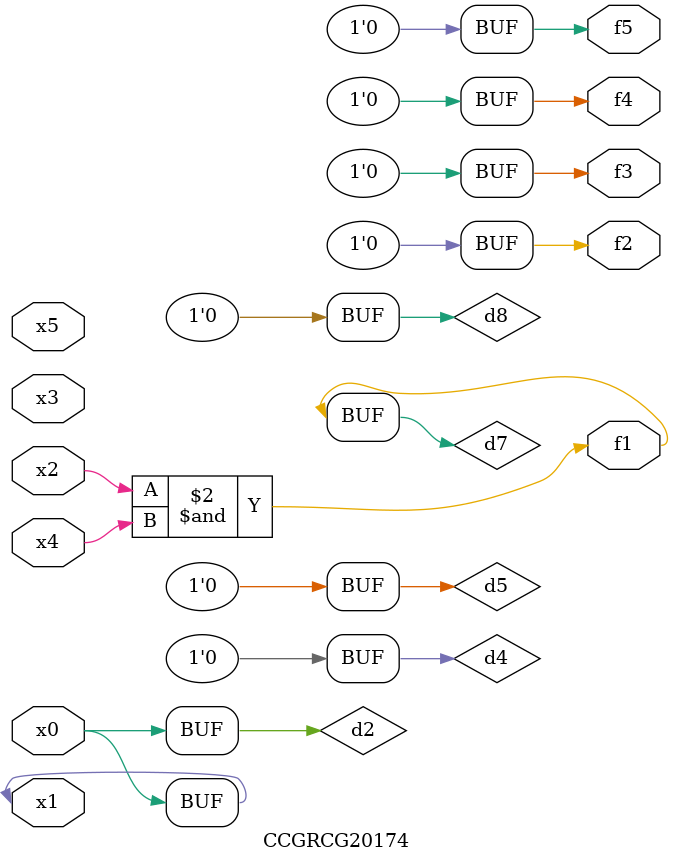
<source format=v>
module CCGRCG20174(
	input x0, x1, x2, x3, x4, x5,
	output f1, f2, f3, f4, f5
);

	wire d1, d2, d3, d4, d5, d6, d7, d8, d9;

	nand (d1, x1);
	buf (d2, x0, x1);
	nand (d3, x2, x4);
	and (d4, d1, d2);
	and (d5, d1, d2);
	nand (d6, d1, d3);
	not (d7, d3);
	xor (d8, d5);
	nor (d9, d5, d6);
	assign f1 = d7;
	assign f2 = d8;
	assign f3 = d8;
	assign f4 = d8;
	assign f5 = d8;
endmodule

</source>
